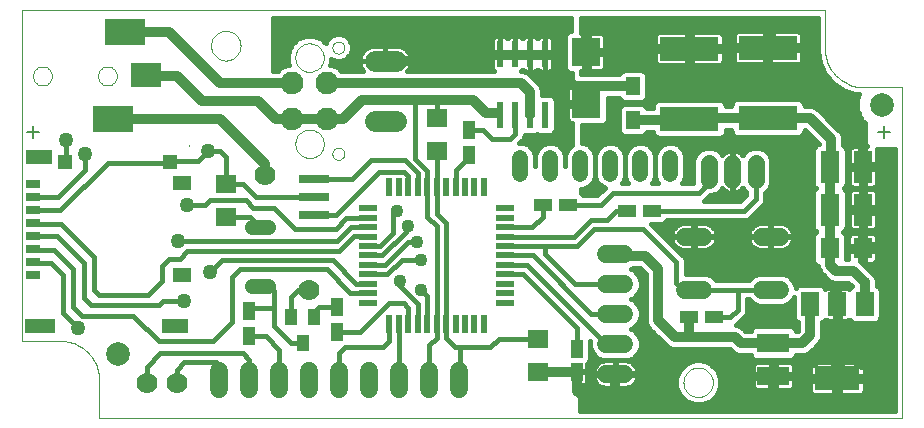
<source format=gtl>
G75*
G70*
%OFA0B0*%
%FSLAX24Y24*%
%IPPOS*%
%LPD*%
%AMOC8*
5,1,8,0,0,1.08239X$1,22.5*
%
%ADD10R,0.0197X0.0591*%
%ADD11R,0.0591X0.0197*%
%ADD12R,0.0394X0.0591*%
%ADD13C,0.0594*%
%ADD14C,0.0700*%
%ADD15R,0.0709X0.0630*%
%ADD16R,0.0630X0.0709*%
%ADD17R,0.0945X0.0945*%
%ADD18R,0.1024X0.0315*%
%ADD19R,0.1969X0.0787*%
%ADD20R,0.0472X0.0591*%
%ADD21R,0.0630X0.1063*%
%ADD22C,0.0700*%
%ADD23R,0.1063X0.0630*%
%ADD24R,0.0488X0.0315*%
%ADD25C,0.0004*%
%ADD26R,0.0492X0.0457*%
%ADD27R,0.0472X0.0457*%
%ADD28R,0.0866X0.0453*%
%ADD29R,0.0984X0.0453*%
%ADD30R,0.0591X0.0453*%
%ADD31C,0.0515*%
%ADD32R,0.1378X0.0906*%
%ADD33R,0.0984X0.0787*%
%ADD34C,0.0000*%
%ADD35C,0.0760*%
%ADD36R,0.0394X0.0551*%
%ADD37C,0.0600*%
%ADD38R,0.0591X0.0394*%
%ADD39R,0.1496X0.0787*%
%ADD40R,0.0591X0.0787*%
%ADD41R,0.0236X0.0866*%
%ADD42C,0.0551*%
%ADD43C,0.0080*%
%ADD44C,0.0787*%
%ADD45C,0.0520*%
%ADD46C,0.0160*%
%ADD47C,0.0120*%
%ADD48C,0.0320*%
%ADD49C,0.0200*%
%ADD50C,0.0500*%
%ADD51C,0.0100*%
%ADD52C,0.0554*%
%ADD53C,0.0240*%
%ADD54C,0.0436*%
D10*
X014846Y004217D03*
X015161Y004217D03*
X015476Y004217D03*
X015791Y004217D03*
X016106Y004217D03*
X016421Y004217D03*
X016736Y004217D03*
X017051Y004217D03*
X017366Y004217D03*
X017681Y004217D03*
X017996Y004217D03*
X017996Y008784D03*
X017681Y008784D03*
X017366Y008784D03*
X017051Y008784D03*
X016736Y008784D03*
X016421Y008784D03*
X016106Y008784D03*
X015791Y008784D03*
X015476Y008784D03*
X015161Y008784D03*
X014846Y008784D03*
D11*
X014138Y008075D03*
X014138Y007760D03*
X014138Y007445D03*
X014138Y007130D03*
X014138Y006815D03*
X014138Y006500D03*
X014138Y006185D03*
X014138Y005870D03*
X014138Y005555D03*
X014138Y005240D03*
X014138Y004925D03*
X018705Y004925D03*
X018705Y005240D03*
X018705Y005555D03*
X018705Y005870D03*
X018705Y006185D03*
X018705Y006500D03*
X018705Y006815D03*
X018705Y007130D03*
X018705Y007445D03*
X018705Y007760D03*
X018705Y008075D03*
D12*
X017494Y009849D03*
X017494Y010678D03*
X013094Y004768D03*
X013094Y003939D03*
X010179Y003809D03*
X010179Y004637D03*
X021091Y003366D03*
X021091Y002626D03*
D13*
X024704Y005356D02*
X025298Y005356D01*
X027263Y005356D02*
X027857Y005356D01*
X027857Y007128D02*
X027263Y007128D01*
X025298Y007128D02*
X024704Y007128D01*
D14*
X028850Y012089D03*
X012180Y005349D03*
X007761Y002259D03*
X006761Y002259D03*
X010700Y009189D03*
D15*
X009400Y008890D03*
X009400Y007787D03*
X016426Y009983D03*
X016426Y011085D03*
X019797Y003728D03*
X019797Y002626D03*
D16*
X029519Y006742D03*
X030621Y006742D03*
D17*
X021412Y011550D03*
X021412Y013283D03*
D18*
X012329Y009039D03*
X012329Y008449D03*
X012329Y007858D03*
D19*
X024841Y011052D03*
X027461Y011077D03*
X027461Y013420D03*
X024841Y013395D03*
D20*
X022965Y012144D03*
X022965Y011003D03*
D21*
X029529Y009449D03*
X030631Y009449D03*
X030632Y008029D03*
X029530Y008029D03*
D22*
X015055Y010997D02*
X014355Y010997D01*
X014355Y012989D02*
X015055Y012989D01*
D23*
X027645Y003583D03*
X027645Y002480D03*
D24*
X002983Y005834D03*
X002983Y006267D03*
X002983Y006700D03*
X002983Y007134D03*
X002983Y007567D03*
X002983Y008000D03*
X002983Y008433D03*
X002983Y008866D03*
D25*
X008180Y010165D02*
X008180Y010181D01*
D26*
X004018Y009630D03*
D27*
X007546Y009630D03*
D28*
X003160Y009787D03*
X007696Y004165D03*
D29*
X003211Y004165D03*
D30*
X007924Y005858D03*
X007928Y008921D03*
D31*
X010271Y007462D02*
X010786Y007464D01*
X010797Y005496D02*
X010282Y005493D01*
D32*
X005644Y011046D03*
X006038Y013939D03*
D33*
X006727Y012514D03*
D34*
X003978Y003647D02*
X004048Y003640D01*
X004117Y003629D01*
X004185Y003614D01*
X004253Y003596D01*
X004319Y003574D01*
X004384Y003548D01*
X004448Y003519D01*
X004510Y003486D01*
X004569Y003450D01*
X004627Y003411D01*
X004683Y003369D01*
X004736Y003323D01*
X004787Y003275D01*
X004835Y003224D01*
X004881Y003171D01*
X004923Y003115D01*
X004962Y003057D01*
X004998Y002998D01*
X005031Y002936D01*
X005060Y002872D01*
X005086Y002807D01*
X005108Y002741D01*
X005126Y002673D01*
X005141Y002605D01*
X005152Y002536D01*
X005159Y002466D01*
X005159Y001089D01*
X031931Y001089D01*
X031931Y012112D01*
X030553Y012112D01*
X030553Y012113D02*
X030483Y012120D01*
X030415Y012131D01*
X030347Y012146D01*
X030280Y012164D01*
X030214Y012186D01*
X030149Y012211D01*
X030086Y012240D01*
X030025Y012272D01*
X029965Y012308D01*
X029907Y012347D01*
X029852Y012388D01*
X029799Y012433D01*
X029748Y012481D01*
X029700Y012531D01*
X029655Y012584D01*
X029612Y012639D01*
X029573Y012696D01*
X029537Y012756D01*
X029504Y012817D01*
X029475Y012880D01*
X029449Y012944D01*
X029426Y013010D01*
X029407Y013077D01*
X029392Y013145D01*
X029381Y013213D01*
X029373Y013282D01*
X029369Y013352D01*
X029368Y013421D01*
X029372Y013490D01*
X029372Y013293D01*
X029372Y013490D02*
X029372Y014671D01*
X002600Y014671D01*
X002600Y003648D01*
X003978Y003648D01*
X011709Y010222D02*
X011711Y010265D01*
X011717Y010308D01*
X011727Y010350D01*
X011740Y010391D01*
X011757Y010430D01*
X011778Y010468D01*
X011802Y010504D01*
X011829Y010538D01*
X011859Y010568D01*
X011892Y010596D01*
X011928Y010621D01*
X011965Y010643D01*
X012004Y010661D01*
X012045Y010675D01*
X012087Y010686D01*
X012129Y010693D01*
X012172Y010696D01*
X012215Y010695D01*
X012258Y010690D01*
X012300Y010681D01*
X012342Y010669D01*
X012382Y010652D01*
X012420Y010632D01*
X012456Y010609D01*
X012490Y010583D01*
X012522Y010553D01*
X012551Y010521D01*
X012576Y010486D01*
X012599Y010450D01*
X012618Y010411D01*
X012633Y010371D01*
X012645Y010329D01*
X012653Y010287D01*
X012657Y010244D01*
X012657Y010200D01*
X012653Y010157D01*
X012645Y010115D01*
X012633Y010073D01*
X012618Y010033D01*
X012599Y009994D01*
X012576Y009958D01*
X012551Y009923D01*
X012522Y009891D01*
X012490Y009861D01*
X012456Y009835D01*
X012420Y009812D01*
X012382Y009792D01*
X012342Y009775D01*
X012300Y009763D01*
X012258Y009754D01*
X012215Y009749D01*
X012172Y009748D01*
X012129Y009751D01*
X012087Y009758D01*
X012045Y009769D01*
X012004Y009783D01*
X011965Y009801D01*
X011928Y009823D01*
X011892Y009848D01*
X011859Y009876D01*
X011829Y009906D01*
X011802Y009940D01*
X011778Y009976D01*
X011757Y010014D01*
X011740Y010053D01*
X011727Y010094D01*
X011717Y010136D01*
X011711Y010179D01*
X011709Y010222D01*
X012943Y009892D02*
X012945Y009920D01*
X012951Y009947D01*
X012960Y009974D01*
X012974Y009999D01*
X012990Y010021D01*
X013010Y010041D01*
X013032Y010059D01*
X013056Y010073D01*
X013082Y010083D01*
X013109Y010090D01*
X013137Y010093D01*
X013165Y010092D01*
X013193Y010087D01*
X013219Y010078D01*
X013244Y010066D01*
X013268Y010050D01*
X013289Y010032D01*
X013307Y010010D01*
X013321Y009986D01*
X013333Y009961D01*
X013341Y009934D01*
X013345Y009906D01*
X013345Y009878D01*
X013341Y009850D01*
X013333Y009823D01*
X013321Y009798D01*
X013307Y009774D01*
X013289Y009752D01*
X013268Y009734D01*
X013245Y009718D01*
X013219Y009706D01*
X013193Y009697D01*
X013165Y009692D01*
X013137Y009691D01*
X013109Y009694D01*
X013082Y009701D01*
X013056Y009711D01*
X013032Y009725D01*
X013010Y009743D01*
X012990Y009763D01*
X012974Y009785D01*
X012960Y009810D01*
X012951Y009837D01*
X012945Y009864D01*
X012943Y009892D01*
X011709Y013096D02*
X011711Y013139D01*
X011717Y013182D01*
X011727Y013224D01*
X011740Y013265D01*
X011757Y013304D01*
X011778Y013342D01*
X011802Y013378D01*
X011829Y013412D01*
X011859Y013442D01*
X011892Y013470D01*
X011928Y013495D01*
X011965Y013517D01*
X012004Y013535D01*
X012045Y013549D01*
X012087Y013560D01*
X012129Y013567D01*
X012172Y013570D01*
X012215Y013569D01*
X012258Y013564D01*
X012300Y013555D01*
X012342Y013543D01*
X012382Y013526D01*
X012420Y013506D01*
X012456Y013483D01*
X012490Y013457D01*
X012522Y013427D01*
X012551Y013395D01*
X012576Y013360D01*
X012599Y013324D01*
X012618Y013285D01*
X012633Y013245D01*
X012645Y013203D01*
X012653Y013161D01*
X012657Y013118D01*
X012657Y013074D01*
X012653Y013031D01*
X012645Y012989D01*
X012633Y012947D01*
X012618Y012907D01*
X012599Y012868D01*
X012576Y012832D01*
X012551Y012797D01*
X012522Y012765D01*
X012490Y012735D01*
X012456Y012709D01*
X012420Y012686D01*
X012382Y012666D01*
X012342Y012649D01*
X012300Y012637D01*
X012258Y012628D01*
X012215Y012623D01*
X012172Y012622D01*
X012129Y012625D01*
X012087Y012632D01*
X012045Y012643D01*
X012004Y012657D01*
X011965Y012675D01*
X011928Y012697D01*
X011892Y012722D01*
X011859Y012750D01*
X011829Y012780D01*
X011802Y012814D01*
X011778Y012850D01*
X011757Y012888D01*
X011740Y012927D01*
X011727Y012968D01*
X011717Y013010D01*
X011711Y013053D01*
X011709Y013096D01*
X012943Y013431D02*
X012945Y013459D01*
X012951Y013486D01*
X012960Y013513D01*
X012974Y013538D01*
X012990Y013560D01*
X013010Y013580D01*
X013032Y013598D01*
X013056Y013612D01*
X013082Y013622D01*
X013109Y013629D01*
X013137Y013632D01*
X013165Y013631D01*
X013193Y013626D01*
X013219Y013617D01*
X013244Y013605D01*
X013268Y013589D01*
X013289Y013571D01*
X013307Y013549D01*
X013321Y013525D01*
X013333Y013500D01*
X013341Y013473D01*
X013345Y013445D01*
X013345Y013417D01*
X013341Y013389D01*
X013333Y013362D01*
X013321Y013337D01*
X013307Y013313D01*
X013289Y013291D01*
X013268Y013273D01*
X013245Y013257D01*
X013219Y013245D01*
X013193Y013236D01*
X013165Y013231D01*
X013137Y013230D01*
X013109Y013233D01*
X013082Y013240D01*
X013056Y013250D01*
X013032Y013264D01*
X013010Y013282D01*
X012990Y013302D01*
X012974Y013324D01*
X012960Y013349D01*
X012951Y013376D01*
X012945Y013403D01*
X012943Y013431D01*
X008900Y013490D02*
X008902Y013534D01*
X008908Y013578D01*
X008918Y013621D01*
X008931Y013663D01*
X008949Y013703D01*
X008970Y013742D01*
X008994Y013779D01*
X009021Y013814D01*
X009052Y013846D01*
X009085Y013875D01*
X009121Y013901D01*
X009159Y013923D01*
X009199Y013942D01*
X009240Y013958D01*
X009283Y013970D01*
X009326Y013978D01*
X009370Y013982D01*
X009414Y013982D01*
X009458Y013978D01*
X009501Y013970D01*
X009544Y013958D01*
X009585Y013942D01*
X009625Y013923D01*
X009663Y013901D01*
X009699Y013875D01*
X009732Y013846D01*
X009763Y013814D01*
X009790Y013779D01*
X009814Y013742D01*
X009835Y013703D01*
X009853Y013663D01*
X009866Y013621D01*
X009876Y013578D01*
X009882Y013534D01*
X009884Y013490D01*
X009882Y013446D01*
X009876Y013402D01*
X009866Y013359D01*
X009853Y013317D01*
X009835Y013277D01*
X009814Y013238D01*
X009790Y013201D01*
X009763Y013166D01*
X009732Y013134D01*
X009699Y013105D01*
X009663Y013079D01*
X009625Y013057D01*
X009585Y013038D01*
X009544Y013022D01*
X009501Y013010D01*
X009458Y013002D01*
X009414Y012998D01*
X009370Y012998D01*
X009326Y013002D01*
X009283Y013010D01*
X009240Y013022D01*
X009199Y013038D01*
X009159Y013057D01*
X009121Y013079D01*
X009085Y013105D01*
X009052Y013134D01*
X009021Y013166D01*
X008994Y013201D01*
X008970Y013238D01*
X008949Y013277D01*
X008931Y013317D01*
X008918Y013359D01*
X008908Y013402D01*
X008902Y013446D01*
X008900Y013490D01*
X005132Y012483D02*
X005134Y012518D01*
X005140Y012553D01*
X005150Y012587D01*
X005163Y012620D01*
X005180Y012651D01*
X005201Y012679D01*
X005224Y012706D01*
X005251Y012729D01*
X005279Y012750D01*
X005310Y012767D01*
X005343Y012780D01*
X005377Y012790D01*
X005412Y012796D01*
X005447Y012798D01*
X005482Y012796D01*
X005517Y012790D01*
X005551Y012780D01*
X005584Y012767D01*
X005615Y012750D01*
X005643Y012729D01*
X005670Y012706D01*
X005693Y012679D01*
X005714Y012651D01*
X005731Y012620D01*
X005744Y012587D01*
X005754Y012553D01*
X005760Y012518D01*
X005762Y012483D01*
X005760Y012448D01*
X005754Y012413D01*
X005744Y012379D01*
X005731Y012346D01*
X005714Y012315D01*
X005693Y012287D01*
X005670Y012260D01*
X005643Y012237D01*
X005615Y012216D01*
X005584Y012199D01*
X005551Y012186D01*
X005517Y012176D01*
X005482Y012170D01*
X005447Y012168D01*
X005412Y012170D01*
X005377Y012176D01*
X005343Y012186D01*
X005310Y012199D01*
X005279Y012216D01*
X005251Y012237D01*
X005224Y012260D01*
X005201Y012287D01*
X005180Y012315D01*
X005163Y012346D01*
X005150Y012379D01*
X005140Y012413D01*
X005134Y012448D01*
X005132Y012483D01*
X002967Y012483D02*
X002969Y012518D01*
X002975Y012553D01*
X002985Y012587D01*
X002998Y012620D01*
X003015Y012651D01*
X003036Y012679D01*
X003059Y012706D01*
X003086Y012729D01*
X003114Y012750D01*
X003145Y012767D01*
X003178Y012780D01*
X003212Y012790D01*
X003247Y012796D01*
X003282Y012798D01*
X003317Y012796D01*
X003352Y012790D01*
X003386Y012780D01*
X003419Y012767D01*
X003450Y012750D01*
X003478Y012729D01*
X003505Y012706D01*
X003528Y012679D01*
X003549Y012651D01*
X003566Y012620D01*
X003579Y012587D01*
X003589Y012553D01*
X003595Y012518D01*
X003597Y012483D01*
X003595Y012448D01*
X003589Y012413D01*
X003579Y012379D01*
X003566Y012346D01*
X003549Y012315D01*
X003528Y012287D01*
X003505Y012260D01*
X003478Y012237D01*
X003450Y012216D01*
X003419Y012199D01*
X003386Y012186D01*
X003352Y012176D01*
X003317Y012170D01*
X003282Y012168D01*
X003247Y012170D01*
X003212Y012176D01*
X003178Y012186D01*
X003145Y012199D01*
X003114Y012216D01*
X003086Y012237D01*
X003059Y012260D01*
X003036Y012287D01*
X003015Y012315D01*
X002998Y012346D01*
X002985Y012379D01*
X002975Y012413D01*
X002969Y012448D01*
X002967Y012483D01*
X024648Y002270D02*
X024650Y002314D01*
X024656Y002358D01*
X024666Y002401D01*
X024679Y002443D01*
X024697Y002483D01*
X024718Y002522D01*
X024742Y002559D01*
X024769Y002594D01*
X024800Y002626D01*
X024833Y002655D01*
X024869Y002681D01*
X024907Y002703D01*
X024947Y002722D01*
X024988Y002738D01*
X025031Y002750D01*
X025074Y002758D01*
X025118Y002762D01*
X025162Y002762D01*
X025206Y002758D01*
X025249Y002750D01*
X025292Y002738D01*
X025333Y002722D01*
X025373Y002703D01*
X025411Y002681D01*
X025447Y002655D01*
X025480Y002626D01*
X025511Y002594D01*
X025538Y002559D01*
X025562Y002522D01*
X025583Y002483D01*
X025601Y002443D01*
X025614Y002401D01*
X025624Y002358D01*
X025630Y002314D01*
X025632Y002270D01*
X025630Y002226D01*
X025624Y002182D01*
X025614Y002139D01*
X025601Y002097D01*
X025583Y002057D01*
X025562Y002018D01*
X025538Y001981D01*
X025511Y001946D01*
X025480Y001914D01*
X025447Y001885D01*
X025411Y001859D01*
X025373Y001837D01*
X025333Y001818D01*
X025292Y001802D01*
X025249Y001790D01*
X025206Y001782D01*
X025162Y001778D01*
X025118Y001778D01*
X025074Y001782D01*
X025031Y001790D01*
X024988Y001802D01*
X024947Y001818D01*
X024907Y001837D01*
X024869Y001859D01*
X024833Y001885D01*
X024800Y001914D01*
X024769Y001946D01*
X024742Y001981D01*
X024718Y002018D01*
X024697Y002057D01*
X024679Y002097D01*
X024666Y002139D01*
X024656Y002182D01*
X024650Y002226D01*
X024648Y002270D01*
D35*
X012774Y011061D03*
X011593Y011061D03*
X011593Y012242D03*
X012774Y012242D03*
D36*
X012327Y004443D03*
X011579Y004443D03*
X011953Y003577D03*
D37*
X012180Y002649D02*
X012180Y002049D01*
X011180Y002049D02*
X011180Y002649D01*
X010180Y002649D02*
X010180Y002049D01*
X009180Y002049D02*
X009180Y002649D01*
X013180Y002649D02*
X013180Y002049D01*
X014180Y002049D02*
X014180Y002649D01*
X015180Y002649D02*
X015180Y002049D01*
X016180Y002049D02*
X016180Y002649D01*
X017180Y002649D02*
X017180Y002049D01*
X022080Y002549D02*
X022680Y002549D01*
X022680Y003549D02*
X022080Y003549D01*
X022080Y004549D02*
X022680Y004549D01*
X022680Y005549D02*
X022080Y005549D01*
X022080Y006549D02*
X022680Y006549D01*
D38*
X022761Y007999D03*
X023590Y007999D03*
X020795Y008199D03*
X019966Y008199D03*
X024826Y004454D03*
X025655Y004454D03*
D39*
X029780Y002406D03*
D40*
X029780Y004879D03*
X030686Y004879D03*
X028875Y004879D03*
D41*
X020030Y011175D03*
X019530Y011175D03*
X019030Y011175D03*
X018530Y011175D03*
X018530Y013222D03*
X019030Y013222D03*
X019530Y013222D03*
X020030Y013222D03*
D42*
X025493Y009574D02*
X025493Y009023D01*
X026280Y009023D02*
X026280Y009574D01*
X027068Y009574D02*
X027068Y009023D01*
D43*
X031140Y010619D02*
X031540Y010619D01*
X031340Y010819D02*
X031340Y010419D01*
X003160Y010619D02*
X002760Y010619D01*
X002960Y010819D02*
X002960Y010419D01*
D44*
X005790Y003229D03*
X031280Y011529D03*
D45*
X024200Y009749D02*
X024200Y009229D01*
X023200Y009229D02*
X023200Y009749D01*
X022200Y009749D02*
X022200Y009229D01*
X021200Y009229D02*
X021200Y009749D01*
X020200Y009749D02*
X020200Y009229D01*
X019200Y009229D02*
X019200Y009749D01*
D46*
X019530Y010125D02*
X019870Y010125D01*
X019917Y010172D02*
X019776Y010032D01*
X019700Y009848D01*
X019624Y010032D01*
X019484Y010172D01*
X019300Y010248D01*
X019182Y010248D01*
X019198Y010261D01*
X019212Y010267D01*
X019246Y010302D01*
X019284Y010333D01*
X019291Y010347D01*
X019302Y010357D01*
X019320Y010403D01*
X019343Y010446D01*
X019345Y010461D01*
X019350Y010475D01*
X019350Y010508D01*
X019364Y010502D01*
X019696Y010502D01*
X019780Y010537D01*
X019864Y010502D01*
X020196Y010502D01*
X020284Y010538D01*
X020352Y010606D01*
X020388Y010694D01*
X020388Y011656D01*
X020352Y011744D01*
X020284Y011811D01*
X020196Y011848D01*
X019930Y011848D01*
X019930Y012028D01*
X020779Y012028D01*
X020779Y012044D02*
X020779Y011630D01*
X020930Y011630D01*
X020931Y011470D01*
X020779Y011470D01*
X020779Y011057D01*
X020790Y011016D01*
X020811Y010980D01*
X020841Y010950D01*
X020878Y010929D01*
X020918Y010918D01*
X020937Y010918D01*
X020944Y010183D01*
X020917Y010172D01*
X020776Y010032D01*
X020700Y009848D01*
X020624Y010032D01*
X020484Y010172D01*
X020300Y010248D01*
X020101Y010248D01*
X019917Y010172D01*
X019750Y009967D02*
X019651Y009967D01*
X019700Y009848D02*
X019700Y009495D01*
X019700Y009495D01*
X019700Y009848D01*
X019700Y009808D02*
X019700Y009808D01*
X019700Y009650D02*
X019700Y009650D01*
X020530Y010125D02*
X020870Y010125D01*
X020943Y010284D02*
X019228Y010284D01*
X019341Y010443D02*
X020941Y010443D01*
X020940Y010601D02*
X020347Y010601D01*
X020388Y010760D02*
X020938Y010760D01*
X020917Y010918D02*
X020388Y010918D01*
X020388Y011077D02*
X020779Y011077D01*
X020779Y011235D02*
X020388Y011235D01*
X020388Y011394D02*
X020779Y011394D01*
X020930Y011552D02*
X020388Y011552D01*
X020366Y011711D02*
X020779Y011711D01*
X020779Y011869D02*
X019930Y011869D01*
X019930Y012028D02*
X019869Y012175D01*
X019757Y012288D01*
X019457Y012588D01*
X019310Y012648D01*
X019225Y012648D01*
X019247Y012661D01*
X019276Y012691D01*
X019280Y012698D01*
X019284Y012691D01*
X019314Y012661D01*
X019350Y012640D01*
X019391Y012629D01*
X019530Y012629D01*
X019530Y013222D01*
X019252Y013222D01*
X019031Y013222D01*
X019031Y013222D01*
X019252Y013222D01*
X019530Y013222D01*
X019530Y013222D01*
X019530Y013222D01*
X019530Y013223D02*
X019530Y013815D01*
X019391Y013815D01*
X019350Y013804D01*
X019314Y013783D01*
X019284Y013753D01*
X019280Y013747D01*
X019276Y013753D01*
X019247Y013783D01*
X019210Y013804D01*
X019169Y013815D01*
X019030Y013815D01*
X018891Y013815D01*
X018850Y013804D01*
X018814Y013783D01*
X018784Y013753D01*
X018780Y013747D01*
X018776Y013753D01*
X018747Y013783D01*
X018710Y013804D01*
X018669Y013815D01*
X018530Y013815D01*
X018391Y013815D01*
X018350Y013804D01*
X018314Y013783D01*
X018284Y013753D01*
X018263Y013717D01*
X018252Y013676D01*
X018252Y013222D01*
X018252Y012768D01*
X018263Y012727D01*
X018284Y012691D01*
X018314Y012661D01*
X018336Y012648D01*
X015436Y012648D01*
X015444Y012657D01*
X015491Y012722D01*
X015528Y012793D01*
X015553Y012870D01*
X015565Y012949D01*
X015565Y012989D01*
X014706Y012989D01*
X014706Y012989D01*
X015565Y012989D01*
X015565Y013029D01*
X015553Y013109D01*
X015528Y013185D01*
X015491Y013256D01*
X015444Y013321D01*
X015388Y013378D01*
X015323Y013425D01*
X015251Y013462D01*
X015175Y013487D01*
X015095Y013499D01*
X014705Y013499D01*
X014315Y013499D01*
X014236Y013487D01*
X014160Y013462D01*
X014088Y013425D01*
X014023Y013378D01*
X013966Y013321D01*
X013919Y013256D01*
X013883Y013185D01*
X013858Y013109D01*
X013845Y013029D01*
X013845Y012989D01*
X013845Y012949D01*
X013858Y012870D01*
X013883Y012793D01*
X013919Y012722D01*
X013966Y012657D01*
X013975Y012648D01*
X013244Y012648D01*
X013125Y012768D01*
X012897Y012862D01*
X012859Y012862D01*
X012897Y012954D01*
X012897Y013056D01*
X013056Y012990D01*
X013231Y012990D01*
X013393Y013057D01*
X013517Y013181D01*
X013584Y013343D01*
X013584Y013519D01*
X013517Y013681D01*
X013393Y013805D01*
X013231Y013872D01*
X013056Y013872D01*
X012894Y013805D01*
X012770Y013681D01*
X012723Y013567D01*
X012588Y013702D01*
X012325Y013811D01*
X012041Y013811D01*
X011778Y013702D01*
X011577Y013501D01*
X011469Y013239D01*
X011469Y012954D01*
X011507Y012862D01*
X011469Y012862D01*
X011241Y012768D01*
X011116Y012642D01*
X010950Y012642D01*
X010950Y014431D01*
X020903Y014431D01*
X020907Y013995D01*
X020892Y013995D01*
X020803Y013959D01*
X020736Y013891D01*
X020699Y013803D01*
X020699Y012763D01*
X020736Y012674D01*
X020803Y012607D01*
X020892Y012570D01*
X020921Y012570D01*
X020924Y012183D01*
X020918Y012183D01*
X020878Y012172D01*
X020841Y012151D01*
X020811Y012121D01*
X020790Y012085D01*
X020779Y012044D01*
X020924Y012187D02*
X019858Y012187D01*
X019699Y012345D02*
X020923Y012345D01*
X020921Y012504D02*
X019541Y012504D01*
X019530Y012629D02*
X019669Y012629D01*
X019710Y012640D01*
X019747Y012661D01*
X019776Y012691D01*
X019780Y012698D01*
X019784Y012691D01*
X019814Y012661D01*
X019850Y012640D01*
X019891Y012629D01*
X020030Y012629D01*
X020030Y013222D01*
X019752Y013222D01*
X019531Y013222D01*
X019531Y013222D01*
X019752Y013222D01*
X020030Y013222D01*
X020030Y013222D01*
X020030Y013222D01*
X020030Y013223D02*
X020030Y013815D01*
X019891Y013815D01*
X019850Y013804D01*
X019814Y013783D01*
X019784Y013753D01*
X019780Y013747D01*
X019776Y013753D01*
X019747Y013783D01*
X019710Y013804D01*
X019669Y013815D01*
X019530Y013815D01*
X019530Y013223D01*
X019530Y013223D01*
X019530Y013222D02*
X019530Y012629D01*
X019530Y012662D02*
X019530Y012662D01*
X019530Y012821D02*
X019530Y012821D01*
X019530Y012979D02*
X019530Y012979D01*
X019530Y013138D02*
X019530Y013138D01*
X019530Y013296D02*
X019530Y013296D01*
X019530Y013455D02*
X019530Y013455D01*
X019530Y013613D02*
X019530Y013613D01*
X019530Y013772D02*
X019530Y013772D01*
X019303Y013772D02*
X019258Y013772D01*
X019030Y013772D02*
X019030Y013772D01*
X019030Y013815D02*
X019030Y013223D01*
X019030Y013223D01*
X019030Y013815D01*
X019030Y013613D02*
X019030Y013613D01*
X019030Y013455D02*
X019030Y013455D01*
X019030Y013296D02*
X019030Y013296D01*
X019030Y013222D02*
X018808Y013222D01*
X018531Y013222D01*
X018531Y013222D01*
X018808Y013222D01*
X019030Y013222D01*
X019030Y013222D01*
X018530Y013223D02*
X018530Y013223D01*
X018530Y013815D01*
X018530Y013223D01*
X018530Y013222D02*
X018530Y013222D01*
X018252Y013222D01*
X018530Y013222D01*
X018530Y013296D02*
X018530Y013296D01*
X018530Y013455D02*
X018530Y013455D01*
X018530Y013613D02*
X018530Y013613D01*
X018530Y013772D02*
X018530Y013772D01*
X018303Y013772D02*
X013426Y013772D01*
X013545Y013613D02*
X018252Y013613D01*
X018252Y013455D02*
X015265Y013455D01*
X015462Y013296D02*
X018252Y013296D01*
X018252Y013138D02*
X015543Y013138D01*
X015565Y012979D02*
X018252Y012979D01*
X018252Y012821D02*
X015537Y012821D01*
X015448Y012662D02*
X018313Y012662D01*
X019248Y012662D02*
X019313Y012662D01*
X019748Y012662D02*
X019813Y012662D01*
X020030Y012662D02*
X020030Y012662D01*
X020030Y012629D02*
X020169Y012629D01*
X020210Y012640D01*
X020247Y012661D01*
X020276Y012691D01*
X020297Y012727D01*
X020308Y012768D01*
X020308Y013222D01*
X020031Y013222D01*
X020031Y013222D01*
X020308Y013222D01*
X020308Y013676D01*
X020297Y013717D01*
X020276Y013753D01*
X020247Y013783D01*
X020210Y013804D01*
X020169Y013815D01*
X020030Y013815D01*
X020030Y013223D01*
X020030Y013223D01*
X020030Y013222D02*
X020030Y012629D01*
X020030Y012821D02*
X020030Y012821D01*
X020030Y012979D02*
X020030Y012979D01*
X020030Y013138D02*
X020030Y013138D01*
X020030Y013296D02*
X020030Y013296D01*
X020030Y013455D02*
X020030Y013455D01*
X020030Y013613D02*
X020030Y013613D01*
X020030Y013772D02*
X020030Y013772D01*
X019803Y013772D02*
X019758Y013772D01*
X020258Y013772D02*
X020699Y013772D01*
X020699Y013613D02*
X020308Y013613D01*
X020308Y013455D02*
X020699Y013455D01*
X020699Y013296D02*
X020308Y013296D01*
X020308Y013138D02*
X020699Y013138D01*
X020699Y012979D02*
X020308Y012979D01*
X020308Y012821D02*
X020699Y012821D01*
X020748Y012662D02*
X020248Y012662D01*
X021240Y012650D02*
X021241Y012544D01*
X021321Y012544D01*
X021480Y012544D01*
X022513Y012544D01*
X022526Y012576D01*
X022593Y012643D01*
X022681Y012680D01*
X023249Y012680D01*
X023337Y012643D01*
X023405Y012576D01*
X023441Y012487D01*
X023441Y011801D01*
X023405Y011713D01*
X023337Y011646D01*
X023249Y011609D01*
X022681Y011609D01*
X022593Y011646D01*
X022526Y011713D01*
X022513Y011744D01*
X022124Y011744D01*
X022124Y011030D01*
X022088Y010942D01*
X022020Y010875D01*
X021932Y010838D01*
X021257Y010838D01*
X021263Y010248D01*
X021300Y010248D01*
X021484Y010172D01*
X021624Y010032D01*
X021700Y009848D01*
X021700Y009129D01*
X021624Y008945D01*
X021484Y008805D01*
X021300Y008729D01*
X021219Y008729D01*
X021219Y008602D01*
X021226Y008599D01*
X021293Y008531D01*
X021299Y008518D01*
X021778Y008518D01*
X022021Y008762D01*
X021917Y008805D01*
X021776Y008945D01*
X021700Y009129D01*
X021700Y009848D01*
X021776Y010032D01*
X021917Y010172D01*
X022101Y010248D01*
X022300Y010248D01*
X022484Y010172D01*
X022624Y010032D01*
X022700Y009848D01*
X022700Y009129D01*
X022624Y008945D01*
X022587Y008908D01*
X022813Y008908D01*
X022776Y008945D01*
X022700Y009129D01*
X022700Y009848D01*
X022776Y010032D01*
X022917Y010172D01*
X023101Y010248D01*
X023300Y010248D01*
X023484Y010172D01*
X023624Y010032D01*
X023700Y009848D01*
X023700Y009129D01*
X023624Y008945D01*
X023587Y008908D01*
X023813Y008908D01*
X023776Y008945D01*
X023700Y009129D01*
X023700Y009848D01*
X023776Y010032D01*
X023917Y010172D01*
X024101Y010248D01*
X024300Y010248D01*
X024484Y010172D01*
X024624Y010032D01*
X024700Y009848D01*
X024700Y009129D01*
X024624Y008945D01*
X024587Y008908D01*
X024982Y008908D01*
X024977Y008920D01*
X024977Y009677D01*
X025056Y009866D01*
X025201Y010011D01*
X025390Y010090D01*
X025595Y010090D01*
X025785Y010011D01*
X025930Y009866D01*
X025939Y009845D01*
X025948Y009858D01*
X025997Y009906D01*
X026052Y009947D01*
X026113Y009978D01*
X026178Y009999D01*
X026246Y010010D01*
X026277Y010010D01*
X026277Y009302D01*
X026284Y009302D01*
X026284Y010010D01*
X026315Y010010D01*
X026382Y009999D01*
X026448Y009978D01*
X026509Y009947D01*
X026564Y009906D01*
X026613Y009858D01*
X026622Y009845D01*
X026631Y009866D01*
X026776Y010011D01*
X026965Y010090D01*
X027170Y010090D01*
X027360Y010011D01*
X027505Y009866D01*
X027583Y009677D01*
X027583Y008920D01*
X027505Y008731D01*
X027370Y008596D01*
X027370Y008325D01*
X027322Y008207D01*
X027232Y008117D01*
X026842Y007727D01*
X026724Y007679D01*
X026597Y007679D01*
X024094Y007679D01*
X024088Y007666D01*
X024021Y007598D01*
X023933Y007562D01*
X023580Y007562D01*
X024582Y006560D01*
X024672Y006470D01*
X024720Y006352D01*
X024720Y005893D01*
X025405Y005893D01*
X025602Y005812D01*
X025737Y005676D01*
X026437Y005676D01*
X026564Y005676D01*
X026824Y005676D01*
X026959Y005812D01*
X027157Y005893D01*
X027964Y005893D01*
X028161Y005812D01*
X028312Y005661D01*
X028394Y005463D01*
X028394Y005426D01*
X028444Y005476D01*
X028532Y005512D01*
X029218Y005512D01*
X029306Y005476D01*
X029374Y005408D01*
X029380Y005393D01*
X029387Y005401D01*
X029423Y005422D01*
X029464Y005432D01*
X029713Y005432D01*
X029713Y004947D01*
X029848Y004947D01*
X029848Y005432D01*
X030097Y005432D01*
X030137Y005422D01*
X030174Y005401D01*
X030181Y005393D01*
X030187Y005408D01*
X030251Y005472D01*
X030135Y005589D01*
X029661Y005589D01*
X029514Y005649D01*
X029401Y005762D01*
X029201Y005962D01*
X029140Y006109D01*
X029140Y006154D01*
X029068Y006184D01*
X029000Y006251D01*
X028964Y006340D01*
X028964Y007144D01*
X029000Y007232D01*
X029068Y007299D01*
X029072Y007301D01*
X029012Y007362D01*
X028975Y007450D01*
X028975Y008609D01*
X029012Y008697D01*
X029053Y008738D01*
X029011Y008781D01*
X028974Y008869D01*
X028974Y010028D01*
X029011Y010116D01*
X029078Y010183D01*
X029150Y010213D01*
X029150Y010223D01*
X028695Y010679D01*
X028685Y010679D01*
X028685Y010636D01*
X028649Y010548D01*
X028581Y010480D01*
X028493Y010444D01*
X026429Y010444D01*
X026341Y010480D01*
X026273Y010548D01*
X026237Y010636D01*
X026237Y010677D01*
X026065Y010677D01*
X026065Y010611D01*
X026029Y010523D01*
X025961Y010455D01*
X025873Y010419D01*
X023809Y010419D01*
X023721Y010455D01*
X023653Y010523D01*
X023620Y010603D01*
X023418Y010603D01*
X023405Y010571D01*
X023337Y010504D01*
X023249Y010467D01*
X022681Y010467D01*
X022593Y010504D01*
X022526Y010571D01*
X022489Y010660D01*
X022489Y011346D01*
X022526Y011434D01*
X022593Y011501D01*
X022681Y011538D01*
X023249Y011538D01*
X023337Y011501D01*
X023405Y011434D01*
X023418Y011403D01*
X023617Y011403D01*
X023617Y011494D01*
X023653Y011582D01*
X023721Y011649D01*
X023809Y011686D01*
X025873Y011686D01*
X025961Y011649D01*
X026029Y011582D01*
X026065Y011494D01*
X026065Y011477D01*
X026237Y011477D01*
X026237Y011519D01*
X026273Y011607D01*
X026341Y011674D01*
X026429Y011711D01*
X028493Y011711D01*
X028581Y011674D01*
X028649Y011607D01*
X028685Y011519D01*
X028685Y011478D01*
X028781Y011478D01*
X028940Y011478D01*
X029087Y011418D01*
X029777Y010728D01*
X029889Y010615D01*
X029950Y010468D01*
X029950Y010196D01*
X029980Y010183D01*
X030048Y010116D01*
X030084Y010028D01*
X030084Y008869D01*
X030048Y008781D01*
X030006Y008739D01*
X030049Y008697D01*
X030085Y008609D01*
X030085Y007450D01*
X030049Y007362D01*
X029981Y007295D01*
X029976Y007293D01*
X030037Y007232D01*
X030074Y007144D01*
X030074Y006388D01*
X030146Y006388D01*
X030146Y006664D01*
X030543Y006664D01*
X030543Y006819D01*
X030146Y006819D01*
X030146Y007117D01*
X030157Y007158D01*
X030178Y007194D01*
X030208Y007224D01*
X030244Y007245D01*
X030285Y007256D01*
X030543Y007256D01*
X030543Y006819D01*
X030699Y006819D01*
X031096Y006819D01*
X031096Y007117D01*
X031085Y007158D01*
X031064Y007194D01*
X031034Y007224D01*
X030998Y007245D01*
X030957Y007256D01*
X030699Y007256D01*
X030699Y006819D01*
X030699Y006664D01*
X031096Y006664D01*
X031096Y006366D01*
X031085Y006326D01*
X031064Y006289D01*
X031034Y006259D01*
X030998Y006238D01*
X030957Y006227D01*
X030699Y006227D01*
X030699Y006664D01*
X030543Y006664D01*
X030543Y006311D01*
X030912Y005942D01*
X031025Y005830D01*
X031086Y005683D01*
X031086Y005489D01*
X031117Y005476D01*
X031185Y005408D01*
X031221Y005320D01*
X031221Y004437D01*
X031185Y004349D01*
X031117Y004282D01*
X031029Y004245D01*
X030343Y004245D01*
X030255Y004282D01*
X030187Y004349D01*
X030181Y004364D01*
X030174Y004357D01*
X030137Y004336D01*
X030097Y004325D01*
X029848Y004325D01*
X029848Y004811D01*
X029713Y004811D01*
X029713Y004325D01*
X029464Y004325D01*
X029423Y004336D01*
X029387Y004357D01*
X029380Y004364D01*
X029374Y004349D01*
X029306Y004282D01*
X029275Y004269D01*
X029275Y003923D01*
X029275Y003763D01*
X029214Y003616D01*
X029019Y003422D01*
X028907Y003309D01*
X028900Y003307D01*
X028836Y003242D01*
X028689Y003181D01*
X028401Y003181D01*
X028380Y003132D01*
X028313Y003064D01*
X028225Y003028D01*
X027066Y003028D01*
X026978Y003064D01*
X026910Y003132D01*
X026887Y003189D01*
X026630Y003189D01*
X026471Y003189D01*
X026324Y003249D01*
X026185Y003389D01*
X024930Y003389D01*
X024771Y003389D01*
X024430Y003389D01*
X024271Y003389D01*
X024124Y003449D01*
X023574Y003999D01*
X023461Y004112D01*
X023400Y004259D01*
X023400Y005873D01*
X023185Y006089D01*
X022981Y006089D01*
X022884Y006049D01*
X022986Y006006D01*
X023138Y005854D01*
X023220Y005656D01*
X023220Y005441D01*
X023138Y005243D01*
X022986Y005091D01*
X022884Y005049D01*
X022986Y005006D01*
X023138Y004854D01*
X023220Y004656D01*
X023220Y004441D01*
X023138Y004243D01*
X022986Y004091D01*
X022884Y004049D01*
X022986Y004006D01*
X023138Y003854D01*
X023220Y003656D01*
X023220Y003441D01*
X023138Y003243D01*
X022986Y003091D01*
X022788Y003009D01*
X021973Y003009D01*
X021774Y003091D01*
X021623Y003243D01*
X021540Y003441D01*
X021540Y003636D01*
X021527Y003649D01*
X021527Y003023D01*
X021491Y002935D01*
X021447Y002891D01*
X021447Y002644D01*
X021208Y002644D01*
X021208Y002607D01*
X021447Y002607D01*
X021447Y002309D01*
X021436Y002269D01*
X021415Y002232D01*
X021386Y002203D01*
X021349Y002181D01*
X021309Y002171D01*
X021207Y002171D01*
X021206Y001328D01*
X031691Y001328D01*
X031691Y010049D01*
X031092Y010049D01*
X031096Y010042D01*
X031106Y010001D01*
X031106Y009526D01*
X030709Y009526D01*
X030709Y009371D01*
X031106Y009371D01*
X031106Y008896D01*
X031096Y008855D01*
X031074Y008819D01*
X031045Y008789D01*
X031008Y008768D01*
X030968Y008757D01*
X030709Y008757D01*
X030709Y009371D01*
X030554Y009371D01*
X030554Y008757D01*
X030295Y008757D01*
X030255Y008768D01*
X030218Y008789D01*
X030189Y008819D01*
X030167Y008855D01*
X030157Y008896D01*
X030157Y009371D01*
X030554Y009371D01*
X030554Y009526D01*
X030554Y010140D01*
X030295Y010140D01*
X030255Y010129D01*
X030218Y010108D01*
X030189Y010078D01*
X030167Y010042D01*
X030157Y010001D01*
X030157Y009526D01*
X030554Y009526D01*
X030709Y009526D01*
X030709Y010140D01*
X030759Y010140D01*
X030747Y010153D01*
X030710Y010241D01*
X030710Y010903D01*
X030581Y011020D01*
X030581Y011020D01*
X030434Y011349D01*
X030434Y011349D01*
X030434Y011708D01*
X030434Y011708D01*
X030507Y011872D01*
X030505Y011872D01*
X030497Y011876D01*
X030335Y011888D01*
X030335Y011888D01*
X029956Y012021D01*
X029956Y012021D01*
X029625Y012248D01*
X029625Y012248D01*
X029625Y012248D01*
X029364Y012553D01*
X029364Y012553D01*
X029191Y012914D01*
X029191Y012914D01*
X029117Y013309D01*
X029117Y013309D01*
X029132Y013499D01*
X029132Y013538D01*
X029132Y014431D01*
X021230Y014431D01*
X021229Y013915D01*
X021332Y013915D01*
X021332Y013363D01*
X021492Y013363D01*
X021492Y013915D01*
X021905Y013915D01*
X021946Y013904D01*
X021982Y013883D01*
X022012Y013853D01*
X022033Y013817D01*
X022044Y013776D01*
X022044Y013363D01*
X021492Y013363D01*
X021492Y013203D01*
X022044Y013203D01*
X022044Y012789D01*
X022033Y012749D01*
X022012Y012712D01*
X021982Y012682D01*
X021946Y012661D01*
X021905Y012650D01*
X021492Y012650D01*
X021492Y013203D01*
X021332Y013203D01*
X021332Y012650D01*
X021240Y012650D01*
X021332Y012662D02*
X021492Y012662D01*
X021492Y012821D02*
X021332Y012821D01*
X021332Y012979D02*
X021492Y012979D01*
X021492Y013138D02*
X021332Y013138D01*
X021492Y013296D02*
X023697Y013296D01*
X023697Y013315D02*
X023697Y012980D01*
X023708Y012939D01*
X023729Y012903D01*
X023759Y012873D01*
X023795Y012852D01*
X023836Y012841D01*
X024761Y012841D01*
X024761Y013315D01*
X023697Y013315D01*
X023697Y013475D02*
X024761Y013475D01*
X024761Y013948D01*
X023836Y013948D01*
X023795Y013938D01*
X023759Y013916D01*
X023729Y013887D01*
X023708Y013850D01*
X023697Y013810D01*
X023697Y013475D01*
X023697Y013613D02*
X022044Y013613D01*
X022044Y013455D02*
X024761Y013455D01*
X024761Y013475D02*
X024761Y013315D01*
X024921Y013315D01*
X024921Y013475D01*
X024761Y013475D01*
X024761Y013613D02*
X024921Y013613D01*
X024921Y013475D02*
X024921Y013948D01*
X025846Y013948D01*
X025887Y013938D01*
X025924Y013916D01*
X025953Y013887D01*
X025974Y013850D01*
X025985Y013810D01*
X025985Y013475D01*
X024921Y013475D01*
X024921Y013455D02*
X027381Y013455D01*
X027381Y013500D02*
X027381Y013340D01*
X026317Y013340D01*
X026317Y013005D01*
X026328Y012964D01*
X026349Y012928D01*
X026379Y012898D01*
X026415Y012877D01*
X026456Y012866D01*
X027381Y012866D01*
X027381Y013340D01*
X027541Y013340D01*
X027541Y013500D01*
X027381Y013500D01*
X027381Y013973D01*
X026456Y013973D01*
X026415Y013963D01*
X026379Y013941D01*
X026349Y013912D01*
X026328Y013875D01*
X026317Y013835D01*
X026317Y013500D01*
X027381Y013500D01*
X027381Y013613D02*
X027541Y013613D01*
X027541Y013500D02*
X027541Y013973D01*
X028466Y013973D01*
X028507Y013963D01*
X028544Y013941D01*
X028573Y013912D01*
X028594Y013875D01*
X028605Y013835D01*
X028605Y013500D01*
X027541Y013500D01*
X027541Y013455D02*
X029129Y013455D01*
X029132Y013613D02*
X028605Y013613D01*
X028605Y013772D02*
X029132Y013772D01*
X029132Y013931D02*
X028555Y013931D01*
X028605Y013340D02*
X028605Y013005D01*
X028594Y012964D01*
X028573Y012928D01*
X028544Y012898D01*
X028507Y012877D01*
X028466Y012866D01*
X027541Y012866D01*
X027541Y013340D01*
X028605Y013340D01*
X028605Y013296D02*
X029120Y013296D01*
X029149Y013138D02*
X028605Y013138D01*
X028598Y012979D02*
X029179Y012979D01*
X029236Y012821D02*
X022044Y012821D01*
X022044Y012979D02*
X023697Y012979D01*
X023697Y013138D02*
X022044Y013138D01*
X021948Y012662D02*
X022639Y012662D01*
X023291Y012662D02*
X029312Y012662D01*
X029406Y012504D02*
X023435Y012504D01*
X023441Y012345D02*
X029542Y012345D01*
X029715Y012187D02*
X023441Y012187D01*
X023441Y012028D02*
X029947Y012028D01*
X030506Y011869D02*
X023441Y011869D01*
X023403Y011711D02*
X026429Y011711D01*
X026251Y011552D02*
X026041Y011552D01*
X026061Y010601D02*
X026251Y010601D01*
X025931Y010443D02*
X028931Y010443D01*
X028772Y010601D02*
X028671Y010601D01*
X029089Y010284D02*
X021263Y010284D01*
X021261Y010443D02*
X023751Y010443D01*
X023621Y010601D02*
X023417Y010601D01*
X023530Y010125D02*
X023870Y010125D01*
X023750Y009967D02*
X023651Y009967D01*
X023700Y009808D02*
X023700Y009808D01*
X023700Y009650D02*
X023700Y009650D01*
X023700Y009491D02*
X023700Y009491D01*
X023700Y009333D02*
X023700Y009333D01*
X023700Y009174D02*
X023700Y009174D01*
X023653Y009016D02*
X023747Y009016D01*
X024653Y009016D02*
X024977Y009016D01*
X024977Y009174D02*
X024700Y009174D01*
X024700Y009333D02*
X024977Y009333D01*
X024977Y009491D02*
X024700Y009491D01*
X024700Y009650D02*
X024977Y009650D01*
X025032Y009808D02*
X024700Y009808D01*
X024651Y009967D02*
X025157Y009967D01*
X024530Y010125D02*
X029020Y010125D01*
X028974Y009967D02*
X027404Y009967D01*
X027529Y009808D02*
X028974Y009808D01*
X028974Y009650D02*
X027583Y009650D01*
X027583Y009491D02*
X028974Y009491D01*
X028974Y009333D02*
X027583Y009333D01*
X027583Y009174D02*
X028974Y009174D01*
X028974Y009016D02*
X027583Y009016D01*
X027557Y008857D02*
X028979Y008857D01*
X029013Y008699D02*
X027472Y008699D01*
X027370Y008540D02*
X028975Y008540D01*
X028975Y008381D02*
X027370Y008381D01*
X027328Y008223D02*
X028975Y008223D01*
X028975Y008064D02*
X027179Y008064D01*
X027020Y007906D02*
X028975Y007906D01*
X028975Y007747D02*
X026862Y007747D01*
X027024Y007519D02*
X026966Y007477D01*
X026915Y007426D01*
X026873Y007368D01*
X026840Y007304D01*
X026818Y007235D01*
X026807Y007164D01*
X026807Y007147D01*
X027542Y007147D01*
X027542Y007585D01*
X027227Y007585D01*
X027156Y007574D01*
X027088Y007551D01*
X027024Y007519D01*
X026919Y007430D02*
X025642Y007430D01*
X025646Y007426D02*
X025596Y007477D01*
X025537Y007519D01*
X025473Y007551D01*
X025405Y007574D01*
X025334Y007585D01*
X025020Y007585D01*
X025020Y007147D01*
X024983Y007147D01*
X024983Y007585D01*
X024668Y007585D01*
X024597Y007574D01*
X024529Y007551D01*
X024465Y007519D01*
X024407Y007477D01*
X024356Y007426D01*
X024314Y007368D01*
X024281Y007304D01*
X024259Y007235D01*
X024248Y007164D01*
X024248Y007147D01*
X024983Y007147D01*
X024983Y007110D01*
X024983Y007109D02*
X025020Y007109D01*
X025020Y006671D01*
X025334Y006671D01*
X025405Y006683D01*
X025473Y006705D01*
X025537Y006737D01*
X025596Y006780D01*
X025646Y006831D01*
X025689Y006889D01*
X025721Y006953D01*
X025744Y007021D01*
X025755Y007092D01*
X025755Y007110D01*
X025020Y007110D01*
X025020Y007147D01*
X025755Y007147D01*
X025755Y007164D01*
X025744Y007235D01*
X025721Y007304D01*
X025689Y007368D01*
X025646Y007426D01*
X025732Y007272D02*
X026830Y007272D01*
X026807Y007110D02*
X026807Y007092D01*
X026818Y007021D01*
X026840Y006953D01*
X026873Y006889D01*
X026915Y006831D01*
X026966Y006780D01*
X027024Y006737D01*
X027088Y006705D01*
X027156Y006683D01*
X027227Y006671D01*
X027542Y006671D01*
X027542Y007109D01*
X027579Y007109D01*
X027579Y006671D01*
X027893Y006671D01*
X027964Y006683D01*
X028032Y006705D01*
X028097Y006737D01*
X028155Y006780D01*
X028206Y006831D01*
X028248Y006889D01*
X028280Y006953D01*
X028303Y007021D01*
X028314Y007092D01*
X028314Y007110D01*
X027579Y007110D01*
X027579Y007147D01*
X027542Y007147D01*
X027542Y007110D01*
X026807Y007110D01*
X026839Y006955D02*
X025722Y006955D01*
X025612Y006796D02*
X026949Y006796D01*
X027542Y006796D02*
X027579Y006796D01*
X027579Y006955D02*
X027542Y006955D01*
X027542Y007113D02*
X025020Y007113D01*
X025001Y007128D02*
X027540Y007128D01*
X028600Y007139D01*
X028600Y009839D01*
X028300Y010139D01*
X026450Y010139D01*
X026280Y009969D01*
X026280Y009299D01*
X026277Y009295D02*
X026284Y009295D01*
X026284Y008587D01*
X026315Y008587D01*
X026382Y008598D01*
X026448Y008619D01*
X026509Y008650D01*
X026564Y008691D01*
X026613Y008739D01*
X026622Y008752D01*
X026631Y008731D01*
X026730Y008631D01*
X026730Y008521D01*
X026528Y008318D01*
X025333Y008318D01*
X025522Y008507D01*
X025595Y008507D01*
X025785Y008586D01*
X025930Y008731D01*
X025939Y008752D01*
X025948Y008739D01*
X025997Y008691D01*
X026052Y008650D01*
X026113Y008619D01*
X026178Y008598D01*
X026246Y008587D01*
X026277Y008587D01*
X026277Y009295D01*
X026277Y009333D02*
X026284Y009333D01*
X026277Y009491D02*
X026284Y009491D01*
X026277Y009650D02*
X026284Y009650D01*
X026277Y009808D02*
X026284Y009808D01*
X026277Y009967D02*
X026284Y009967D01*
X026469Y009967D02*
X026731Y009967D01*
X026092Y009967D02*
X025829Y009967D01*
X025493Y009299D02*
X025500Y009291D01*
X025500Y008939D01*
X025150Y008589D01*
X022300Y008589D01*
X021910Y008199D01*
X020795Y008199D01*
X021285Y008540D02*
X021799Y008540D01*
X021958Y008699D02*
X021219Y008699D01*
X021536Y008857D02*
X021865Y008857D01*
X021747Y009016D02*
X021653Y009016D01*
X021700Y009174D02*
X021700Y009174D01*
X021700Y009333D02*
X021700Y009333D01*
X021700Y009491D02*
X021700Y009491D01*
X021700Y009650D02*
X021700Y009650D01*
X021700Y009808D02*
X021700Y009808D01*
X021651Y009967D02*
X021750Y009967D01*
X021870Y010125D02*
X021530Y010125D01*
X021260Y010601D02*
X022513Y010601D01*
X022489Y010760D02*
X021258Y010760D01*
X022064Y010918D02*
X022489Y010918D01*
X022489Y011077D02*
X022124Y011077D01*
X022124Y011235D02*
X022489Y011235D01*
X022509Y011394D02*
X022124Y011394D01*
X022124Y011552D02*
X023641Y011552D01*
X022528Y011711D02*
X022124Y011711D01*
X021450Y011550D02*
X021450Y011389D01*
X021450Y011550D02*
X021412Y011550D01*
X021450Y011989D02*
X021450Y012133D01*
X021412Y012133D01*
X021332Y013455D02*
X021492Y013455D01*
X021492Y013613D02*
X021332Y013613D01*
X021332Y013772D02*
X021492Y013772D01*
X021229Y013931D02*
X023783Y013931D01*
X023697Y013772D02*
X022044Y013772D01*
X021229Y014089D02*
X029132Y014089D01*
X029132Y014248D02*
X021229Y014248D01*
X021230Y014406D02*
X029132Y014406D01*
X027541Y013931D02*
X027381Y013931D01*
X027381Y013772D02*
X027541Y013772D01*
X027541Y013296D02*
X027381Y013296D01*
X027381Y013138D02*
X027541Y013138D01*
X027541Y012979D02*
X027381Y012979D01*
X026324Y012979D02*
X025985Y012979D01*
X025985Y012980D02*
X025985Y013315D01*
X024921Y013315D01*
X024921Y012841D01*
X025846Y012841D01*
X025887Y012852D01*
X025924Y012873D01*
X025953Y012903D01*
X025974Y012939D01*
X025985Y012980D01*
X025985Y013138D02*
X026317Y013138D01*
X026317Y013296D02*
X025985Y013296D01*
X025985Y013613D02*
X026317Y013613D01*
X026317Y013772D02*
X025985Y013772D01*
X025899Y013931D02*
X026368Y013931D01*
X024921Y013931D02*
X024761Y013931D01*
X024761Y013772D02*
X024921Y013772D01*
X024921Y013296D02*
X024761Y013296D01*
X024761Y013138D02*
X024921Y013138D01*
X024921Y012979D02*
X024761Y012979D01*
X028493Y011711D02*
X030435Y011711D01*
X030434Y011552D02*
X028671Y011552D01*
X029111Y011394D02*
X030434Y011394D01*
X030485Y011235D02*
X029269Y011235D01*
X029428Y011077D02*
X030555Y011077D01*
X030694Y010918D02*
X029586Y010918D01*
X029745Y010760D02*
X030710Y010760D01*
X030710Y010601D02*
X029895Y010601D01*
X029950Y010443D02*
X030710Y010443D01*
X030710Y010284D02*
X029950Y010284D01*
X030038Y010125D02*
X030249Y010125D01*
X030157Y009967D02*
X030084Y009967D01*
X030084Y009808D02*
X030157Y009808D01*
X030157Y009650D02*
X030084Y009650D01*
X030084Y009491D02*
X030554Y009491D01*
X030709Y009491D02*
X031691Y009491D01*
X031691Y009333D02*
X031106Y009333D01*
X031106Y009174D02*
X031691Y009174D01*
X031691Y009016D02*
X031106Y009016D01*
X031096Y008857D02*
X031691Y008857D01*
X031691Y008699D02*
X031029Y008699D01*
X031046Y008689D02*
X031009Y008710D01*
X030969Y008721D01*
X030710Y008721D01*
X030710Y008107D01*
X030555Y008107D01*
X030555Y008721D01*
X030296Y008721D01*
X030256Y008710D01*
X030219Y008689D01*
X030189Y008659D01*
X030168Y008623D01*
X030158Y008582D01*
X030158Y008107D01*
X030555Y008107D01*
X030555Y007952D01*
X030158Y007952D01*
X030158Y007477D01*
X030168Y007436D01*
X030189Y007400D01*
X030219Y007370D01*
X030256Y007349D01*
X030296Y007338D01*
X030555Y007338D01*
X030555Y007952D01*
X030710Y007952D01*
X030710Y008107D01*
X031107Y008107D01*
X031107Y008582D01*
X031096Y008623D01*
X031075Y008659D01*
X031046Y008689D01*
X031107Y008540D02*
X031691Y008540D01*
X031691Y008381D02*
X031107Y008381D01*
X031107Y008223D02*
X031691Y008223D01*
X031691Y008064D02*
X030710Y008064D01*
X030710Y007952D02*
X031107Y007952D01*
X031107Y007477D01*
X031096Y007436D01*
X031075Y007400D01*
X031046Y007370D01*
X031009Y007349D01*
X030969Y007338D01*
X030710Y007338D01*
X030710Y007952D01*
X030710Y007906D02*
X030555Y007906D01*
X030555Y008064D02*
X030085Y008064D01*
X030085Y007906D02*
X030158Y007906D01*
X030158Y007747D02*
X030085Y007747D01*
X030085Y007589D02*
X030158Y007589D01*
X030172Y007430D02*
X030077Y007430D01*
X029997Y007272D02*
X031691Y007272D01*
X031691Y007430D02*
X031093Y007430D01*
X031107Y007589D02*
X031691Y007589D01*
X031691Y007747D02*
X031107Y007747D01*
X031107Y007906D02*
X031691Y007906D01*
X030710Y007747D02*
X030555Y007747D01*
X030555Y007589D02*
X030710Y007589D01*
X030710Y007430D02*
X030555Y007430D01*
X030543Y007113D02*
X030699Y007113D01*
X030699Y006955D02*
X030543Y006955D01*
X030543Y006796D02*
X030074Y006796D01*
X030074Y006638D02*
X030146Y006638D01*
X030146Y006479D02*
X030074Y006479D01*
X030543Y006479D02*
X030699Y006479D01*
X030699Y006638D02*
X030543Y006638D01*
X030621Y006742D02*
X030624Y006742D01*
X030630Y006749D01*
X030699Y006796D02*
X031691Y006796D01*
X031691Y006638D02*
X031096Y006638D01*
X031096Y006479D02*
X031691Y006479D01*
X031691Y006320D02*
X031082Y006320D01*
X030693Y006162D02*
X031691Y006162D01*
X031691Y006003D02*
X030851Y006003D01*
X031010Y005845D02*
X031691Y005845D01*
X031691Y005686D02*
X031084Y005686D01*
X031086Y005528D02*
X031691Y005528D01*
X031691Y005369D02*
X031201Y005369D01*
X031221Y005211D02*
X031691Y005211D01*
X031691Y005052D02*
X031221Y005052D01*
X031221Y004894D02*
X031691Y004894D01*
X031691Y004735D02*
X031221Y004735D01*
X031221Y004576D02*
X031691Y004576D01*
X031691Y004418D02*
X031213Y004418D01*
X031063Y004259D02*
X031691Y004259D01*
X031691Y004101D02*
X029275Y004101D01*
X029275Y004259D02*
X030308Y004259D01*
X029848Y004418D02*
X029713Y004418D01*
X029713Y004576D02*
X029848Y004576D01*
X029848Y004735D02*
X029713Y004735D01*
X029780Y004879D02*
X029800Y004899D01*
X029800Y005139D01*
X028600Y006339D01*
X028600Y007139D01*
X028314Y007147D02*
X028314Y007164D01*
X028303Y007235D01*
X028280Y007304D01*
X028248Y007368D01*
X028206Y007426D01*
X028155Y007477D01*
X028097Y007519D01*
X028032Y007551D01*
X027964Y007574D01*
X027893Y007585D01*
X027579Y007585D01*
X027579Y007147D01*
X028314Y007147D01*
X028291Y007272D02*
X029040Y007272D01*
X028983Y007430D02*
X028201Y007430D01*
X028281Y006955D02*
X028964Y006955D01*
X028964Y007113D02*
X027579Y007113D01*
X027560Y007128D02*
X027540Y007128D01*
X027542Y007272D02*
X027579Y007272D01*
X027579Y007430D02*
X027542Y007430D01*
X028171Y006796D02*
X028964Y006796D01*
X028964Y006638D02*
X024504Y006638D01*
X024529Y006705D02*
X024597Y006683D01*
X024668Y006671D01*
X024983Y006671D01*
X024983Y007109D01*
X024983Y007110D02*
X024248Y007110D01*
X024248Y007092D01*
X024259Y007021D01*
X024281Y006953D01*
X024314Y006889D01*
X024356Y006831D01*
X024407Y006780D01*
X024465Y006737D01*
X024529Y006705D01*
X024390Y006796D02*
X024345Y006796D01*
X024280Y006955D02*
X024187Y006955D01*
X024028Y007113D02*
X024983Y007113D01*
X024983Y006955D02*
X025020Y006955D01*
X025020Y006796D02*
X024983Y006796D01*
X024662Y006479D02*
X028964Y006479D01*
X028972Y006320D02*
X024720Y006320D01*
X024720Y006162D02*
X029121Y006162D01*
X029184Y006003D02*
X024720Y006003D01*
X024400Y006289D02*
X024400Y005589D01*
X024650Y005339D01*
X024983Y005339D01*
X025001Y005356D01*
X026500Y005356D01*
X026450Y005306D01*
X026450Y004689D01*
X026215Y004454D01*
X025655Y004454D01*
X026403Y004188D02*
X026632Y004417D01*
X026722Y004507D01*
X026770Y004625D01*
X026770Y005036D01*
X026824Y005036D01*
X026959Y004901D01*
X027157Y004820D01*
X027964Y004820D01*
X028161Y004901D01*
X028312Y005052D01*
X028340Y005052D01*
X028312Y005052D02*
X028340Y005118D01*
X028340Y004437D01*
X028376Y004349D01*
X028444Y004282D01*
X028475Y004269D01*
X028475Y004009D01*
X028457Y003990D01*
X028450Y003988D01*
X028444Y003981D01*
X028402Y003981D01*
X028380Y004034D01*
X028313Y004101D01*
X028475Y004101D01*
X028475Y004259D02*
X026474Y004259D01*
X026430Y004188D02*
X026403Y004188D01*
X026430Y004188D02*
X026577Y004128D01*
X026689Y004015D01*
X026716Y003988D01*
X026892Y003988D01*
X026910Y004034D01*
X026978Y004101D01*
X027066Y004138D01*
X028225Y004138D01*
X028313Y004101D01*
X028348Y004418D02*
X026632Y004418D01*
X026750Y004576D02*
X028340Y004576D01*
X028340Y004735D02*
X026770Y004735D01*
X026770Y004894D02*
X026978Y004894D01*
X026500Y005356D02*
X027560Y005356D01*
X027040Y005845D02*
X025522Y005845D01*
X025727Y005686D02*
X026834Y005686D01*
X028081Y005845D02*
X029318Y005845D01*
X029477Y005686D02*
X028287Y005686D01*
X028367Y005528D02*
X030195Y005528D01*
X029848Y005369D02*
X029713Y005369D01*
X029713Y005211D02*
X029848Y005211D01*
X029848Y005052D02*
X029713Y005052D01*
X029275Y003942D02*
X031691Y003942D01*
X031691Y003784D02*
X029275Y003784D01*
X029217Y003625D02*
X031691Y003625D01*
X031691Y003467D02*
X029064Y003467D01*
X028904Y003308D02*
X031691Y003308D01*
X031691Y003150D02*
X028388Y003150D01*
X028275Y002923D02*
X028239Y002944D01*
X028198Y002955D01*
X027723Y002955D01*
X027723Y002558D01*
X027568Y002558D01*
X027568Y002955D01*
X027093Y002955D01*
X027052Y002944D01*
X027016Y002923D01*
X026986Y002894D01*
X026965Y002857D01*
X026954Y002816D01*
X026954Y002558D01*
X027568Y002558D01*
X027568Y002403D01*
X027723Y002403D01*
X027723Y002558D01*
X028337Y002558D01*
X028337Y002816D01*
X028326Y002857D01*
X028305Y002894D01*
X028275Y002923D01*
X028332Y002832D02*
X028875Y002832D01*
X028872Y002821D02*
X028872Y002486D01*
X029700Y002486D01*
X029700Y002326D01*
X029860Y002326D01*
X029860Y001853D01*
X030549Y001853D01*
X030590Y001864D01*
X030627Y001885D01*
X030656Y001914D01*
X030677Y001951D01*
X030688Y001992D01*
X030688Y002326D01*
X029860Y002326D01*
X029860Y002486D01*
X029700Y002486D01*
X029700Y002960D01*
X029011Y002960D01*
X028971Y002949D01*
X028934Y002928D01*
X028904Y002898D01*
X028883Y002862D01*
X028872Y002821D01*
X028872Y002674D02*
X028337Y002674D01*
X028872Y002515D02*
X027723Y002515D01*
X027723Y002403D02*
X028337Y002403D01*
X028337Y002144D01*
X028326Y002104D01*
X028305Y002067D01*
X028275Y002037D01*
X028239Y002016D01*
X028198Y002005D01*
X027723Y002005D01*
X027723Y002403D01*
X027723Y002357D02*
X027568Y002357D01*
X027568Y002403D02*
X027568Y002005D01*
X027093Y002005D01*
X027052Y002016D01*
X027016Y002037D01*
X026986Y002067D01*
X026965Y002104D01*
X026954Y002144D01*
X026954Y002403D01*
X027568Y002403D01*
X027568Y002515D02*
X025830Y002515D01*
X025872Y002415D02*
X025760Y002684D01*
X025554Y002890D01*
X025285Y003002D01*
X024994Y003002D01*
X024725Y002890D01*
X024519Y002684D01*
X024408Y002415D01*
X024408Y002124D01*
X024519Y001855D01*
X024725Y001649D01*
X024994Y001537D01*
X025285Y001537D01*
X025554Y001649D01*
X025760Y001855D01*
X025872Y002124D01*
X025872Y002415D01*
X025872Y002357D02*
X026954Y002357D01*
X026954Y002198D02*
X025872Y002198D01*
X025837Y002040D02*
X027013Y002040D01*
X027568Y002040D02*
X027723Y002040D01*
X027723Y002198D02*
X027568Y002198D01*
X027568Y002674D02*
X027723Y002674D01*
X027723Y002832D02*
X027568Y002832D01*
X026958Y002832D02*
X025612Y002832D01*
X025765Y002674D02*
X026954Y002674D01*
X026903Y003150D02*
X023045Y003150D01*
X023165Y003308D02*
X026265Y003308D01*
X025311Y002991D02*
X031691Y002991D01*
X031691Y002832D02*
X030685Y002832D01*
X030688Y002821D02*
X030677Y002862D01*
X030656Y002898D01*
X030627Y002928D01*
X030590Y002949D01*
X030549Y002960D01*
X029860Y002960D01*
X029860Y002486D01*
X030688Y002486D01*
X030688Y002821D01*
X030688Y002674D02*
X031691Y002674D01*
X031691Y002515D02*
X030688Y002515D01*
X030688Y002198D02*
X031691Y002198D01*
X031691Y002040D02*
X030688Y002040D01*
X030621Y001881D02*
X031691Y001881D01*
X031691Y001723D02*
X025628Y001723D01*
X025771Y001881D02*
X028940Y001881D01*
X028934Y001885D02*
X028971Y001864D01*
X029011Y001853D01*
X029700Y001853D01*
X029700Y002326D01*
X028872Y002326D01*
X028872Y001992D01*
X028883Y001951D01*
X028904Y001914D01*
X028934Y001885D01*
X028872Y002040D02*
X028277Y002040D01*
X028337Y002198D02*
X028872Y002198D01*
X028337Y002357D02*
X029700Y002357D01*
X029700Y002515D02*
X029860Y002515D01*
X029860Y002357D02*
X031691Y002357D01*
X031691Y001564D02*
X025350Y001564D01*
X024930Y001564D02*
X021206Y001564D01*
X021206Y001406D02*
X031691Y001406D01*
X029860Y001881D02*
X029700Y001881D01*
X029700Y002040D02*
X029860Y002040D01*
X029860Y002198D02*
X029700Y002198D01*
X029700Y002674D02*
X029860Y002674D01*
X029860Y002832D02*
X029700Y002832D01*
X027650Y003581D02*
X027643Y003589D01*
X027639Y003589D01*
X026978Y004101D02*
X026604Y004101D01*
X024968Y002991D02*
X022807Y002991D01*
X022788Y002997D02*
X022716Y003008D01*
X022400Y003008D01*
X022400Y002569D01*
X022360Y002569D01*
X022360Y003008D01*
X022044Y003008D01*
X021973Y002997D01*
X021904Y002975D01*
X021839Y002942D01*
X021781Y002899D01*
X021729Y002848D01*
X021687Y002790D01*
X021654Y002725D01*
X021632Y002656D01*
X021620Y002585D01*
X021620Y002569D01*
X022360Y002569D01*
X022360Y002528D01*
X022400Y002528D01*
X022400Y002089D01*
X022716Y002089D01*
X022788Y002100D01*
X022857Y002122D01*
X022921Y002155D01*
X022980Y002198D01*
X023031Y002249D01*
X023074Y002307D01*
X023107Y002372D01*
X023129Y002441D01*
X023140Y002512D01*
X023140Y002528D01*
X022401Y002528D01*
X022401Y002569D01*
X023140Y002569D01*
X023140Y002585D01*
X023129Y002656D01*
X023107Y002725D01*
X023074Y002790D01*
X023031Y002848D01*
X022980Y002899D01*
X022921Y002942D01*
X022857Y002975D01*
X022788Y002997D01*
X023043Y002832D02*
X024667Y002832D01*
X024515Y002674D02*
X023123Y002674D01*
X023140Y002515D02*
X024449Y002515D01*
X024408Y002357D02*
X023099Y002357D01*
X022981Y002198D02*
X024408Y002198D01*
X024442Y002040D02*
X021207Y002040D01*
X021207Y001881D02*
X024508Y001881D01*
X024651Y001723D02*
X021206Y001723D01*
X021378Y002198D02*
X021780Y002198D01*
X021781Y002198D02*
X021839Y002155D01*
X021904Y002122D01*
X021973Y002100D01*
X022044Y002089D01*
X022360Y002089D01*
X022360Y002528D01*
X021620Y002528D01*
X021620Y002512D01*
X021632Y002441D01*
X021654Y002372D01*
X021687Y002307D01*
X021729Y002249D01*
X021781Y002198D01*
X021662Y002357D02*
X021447Y002357D01*
X021447Y002515D02*
X021620Y002515D01*
X021637Y002674D02*
X021447Y002674D01*
X021447Y002832D02*
X021718Y002832D01*
X021514Y002991D02*
X021954Y002991D01*
X021716Y003150D02*
X021527Y003150D01*
X021527Y003308D02*
X021595Y003308D01*
X021540Y003467D02*
X021527Y003467D01*
X021527Y003625D02*
X021540Y003625D01*
X021091Y003366D02*
X021091Y004088D01*
X019309Y005870D01*
X018705Y005870D01*
X018705Y006185D02*
X019444Y006185D01*
X022075Y003554D01*
X022375Y003554D01*
X022380Y003549D01*
X022360Y002991D02*
X022400Y002991D01*
X022400Y002832D02*
X022360Y002832D01*
X022360Y002674D02*
X022400Y002674D01*
X022400Y002515D02*
X022360Y002515D01*
X022360Y002357D02*
X022400Y002357D01*
X022400Y002198D02*
X022360Y002198D01*
X023220Y003467D02*
X024106Y003467D01*
X023948Y003625D02*
X023220Y003625D01*
X023167Y003784D02*
X023789Y003784D01*
X023631Y003942D02*
X023050Y003942D01*
X022996Y004101D02*
X023472Y004101D01*
X023400Y004259D02*
X023145Y004259D01*
X023211Y004418D02*
X023400Y004418D01*
X023400Y004576D02*
X023220Y004576D01*
X023188Y004735D02*
X023400Y004735D01*
X023400Y004894D02*
X023099Y004894D01*
X022893Y005052D02*
X023400Y005052D01*
X023400Y005211D02*
X023106Y005211D01*
X023190Y005369D02*
X023400Y005369D01*
X023400Y005528D02*
X023220Y005528D01*
X023208Y005686D02*
X023400Y005686D01*
X023400Y005845D02*
X023142Y005845D01*
X023270Y006003D02*
X022989Y006003D01*
X022380Y005549D02*
X021030Y005549D01*
X020030Y006549D01*
X020030Y006815D01*
X021097Y006815D01*
X021680Y007399D01*
X023290Y007399D01*
X024400Y006289D01*
X024271Y007272D02*
X023870Y007272D01*
X023711Y007430D02*
X024360Y007430D01*
X023998Y007589D02*
X028975Y007589D01*
X030074Y007113D02*
X030146Y007113D01*
X030146Y006955D02*
X030074Y006955D01*
X030543Y006320D02*
X030699Y006320D01*
X031096Y006955D02*
X031691Y006955D01*
X031691Y007113D02*
X031096Y007113D01*
X030710Y008223D02*
X030555Y008223D01*
X030555Y008381D02*
X030710Y008381D01*
X030710Y008540D02*
X030555Y008540D01*
X030555Y008699D02*
X030710Y008699D01*
X030709Y008857D02*
X030554Y008857D01*
X030554Y009016D02*
X030709Y009016D01*
X030709Y009174D02*
X030554Y009174D01*
X030554Y009333D02*
X030709Y009333D01*
X030709Y009650D02*
X030554Y009650D01*
X030554Y009808D02*
X030709Y009808D01*
X030709Y009967D02*
X030554Y009967D01*
X030554Y010125D02*
X030709Y010125D01*
X031106Y009967D02*
X031691Y009967D01*
X031691Y009808D02*
X031106Y009808D01*
X031106Y009650D02*
X031691Y009650D01*
X030157Y009333D02*
X030084Y009333D01*
X030084Y009174D02*
X030157Y009174D01*
X030157Y009016D02*
X030084Y009016D01*
X030079Y008857D02*
X030167Y008857D01*
X030236Y008699D02*
X030047Y008699D01*
X030085Y008540D02*
X030158Y008540D01*
X030158Y008381D02*
X030085Y008381D01*
X030085Y008223D02*
X030158Y008223D01*
X027050Y008389D02*
X027050Y009281D01*
X027068Y009299D01*
X027080Y009286D01*
X026663Y008699D02*
X026572Y008699D01*
X026730Y008540D02*
X025674Y008540D01*
X025898Y008699D02*
X025989Y008699D01*
X026277Y008699D02*
X026284Y008699D01*
X026277Y008857D02*
X026284Y008857D01*
X026277Y009016D02*
X026284Y009016D01*
X026277Y009174D02*
X026284Y009174D01*
X025493Y009231D02*
X025493Y009299D01*
X025396Y008381D02*
X026591Y008381D01*
X026660Y007999D02*
X027050Y008389D01*
X026660Y007999D02*
X023590Y007999D01*
X022761Y007999D02*
X022751Y007989D01*
X022400Y007989D01*
X022100Y007689D01*
X021550Y007689D01*
X020992Y007130D01*
X018705Y007130D01*
X018711Y007439D02*
X018705Y007445D01*
X018711Y007439D02*
X019600Y007439D01*
X019956Y007794D01*
X019956Y008189D01*
X019966Y008199D01*
X020030Y006815D02*
X018705Y006815D01*
X018705Y006500D02*
X019629Y006500D01*
X021580Y004549D01*
X022380Y004549D01*
X019797Y003728D02*
X018490Y003728D01*
X018210Y003449D01*
X017200Y003449D01*
X017200Y002369D01*
X017180Y002349D01*
X016180Y002349D02*
X016180Y003516D01*
X016424Y003759D01*
X016424Y004208D01*
X016421Y004217D02*
X016421Y007475D01*
X016106Y007789D01*
X016106Y008784D01*
X016105Y008798D01*
X016105Y009314D01*
X015708Y009706D01*
X015708Y011671D01*
X015730Y011699D01*
X016176Y011694D02*
X016180Y011699D01*
X016326Y011694D02*
X016330Y011699D01*
X016380Y011699D02*
X016426Y011653D01*
X016426Y011085D01*
X017494Y010678D02*
X017961Y010678D01*
X018250Y010389D01*
X018850Y010389D01*
X019030Y010539D01*
X019030Y011175D01*
X020651Y009967D02*
X020750Y009967D01*
X020700Y009848D02*
X020700Y009490D01*
X020700Y009848D01*
X020700Y009808D02*
X020700Y009808D01*
X020700Y009650D02*
X020700Y009650D01*
X020700Y009491D02*
X020700Y009491D01*
X020700Y009490D02*
X020700Y009490D01*
X022530Y010125D02*
X022870Y010125D01*
X022750Y009967D02*
X022651Y009967D01*
X022700Y009808D02*
X022700Y009808D01*
X022700Y009650D02*
X022700Y009650D01*
X022700Y009491D02*
X022700Y009491D01*
X022700Y009333D02*
X022700Y009333D01*
X022700Y009174D02*
X022700Y009174D01*
X022653Y009016D02*
X022747Y009016D01*
X024983Y007430D02*
X025020Y007430D01*
X025020Y007272D02*
X024983Y007272D01*
X022380Y006549D02*
X022375Y006554D01*
X017494Y009783D02*
X017050Y009339D01*
X017050Y008785D01*
X017051Y008784D01*
X016430Y008775D02*
X016421Y008784D01*
X016421Y009978D01*
X015790Y009233D02*
X015354Y009669D01*
X014230Y009669D01*
X013600Y009039D01*
X012330Y009039D01*
X012329Y009039D01*
X012329Y008449D02*
X010390Y008449D01*
X009950Y008889D01*
X009401Y008889D01*
X009400Y008890D01*
X009400Y009789D01*
X009200Y009989D01*
X008800Y009989D01*
X008450Y009639D01*
X007555Y009639D01*
X007546Y009630D01*
X007487Y009589D01*
X005450Y009589D01*
X003861Y008000D01*
X002983Y008000D01*
X002994Y007989D01*
X002983Y008433D02*
X002989Y008439D01*
X003800Y008439D01*
X004700Y009339D01*
X004700Y009889D01*
X004700Y009939D01*
X004050Y009839D02*
X004050Y010339D01*
X004050Y009662D02*
X004018Y009630D01*
X004027Y009639D01*
X003900Y007539D02*
X003011Y007539D01*
X002983Y007567D01*
X002988Y007139D02*
X003750Y007139D01*
X004650Y006239D01*
X004650Y005089D01*
X004900Y004839D01*
X007150Y004839D01*
X007300Y004989D01*
X008000Y004989D01*
X008000Y005039D01*
X007950Y004989D01*
X007250Y005639D02*
X007250Y006139D01*
X007500Y006389D01*
X007850Y006389D01*
X008100Y006639D01*
X013150Y006639D01*
X013650Y007139D01*
X014129Y007139D01*
X014138Y007130D01*
X014134Y007134D01*
X014129Y007129D01*
X014131Y007439D02*
X013550Y007439D01*
X013100Y006989D01*
X007800Y006989D01*
X008850Y005939D02*
X009250Y006339D01*
X012950Y006339D01*
X013733Y005555D01*
X014138Y005555D01*
X014138Y005240D02*
X013548Y005240D01*
X012750Y006039D01*
X009850Y006039D01*
X009600Y005789D01*
X009600Y004289D01*
X008950Y003639D01*
X007150Y003639D01*
X006300Y004489D01*
X004600Y004489D01*
X004300Y004789D01*
X004300Y006039D01*
X003650Y006689D01*
X002995Y006689D01*
X002983Y006700D01*
X002983Y006267D02*
X003012Y006239D01*
X003550Y006239D01*
X003950Y005839D01*
X003950Y004589D01*
X004450Y004089D01*
X005150Y005189D02*
X006800Y005189D01*
X007250Y005639D01*
X005150Y005189D02*
X005000Y005339D01*
X005000Y006439D01*
X003900Y007539D01*
X002988Y007139D02*
X002983Y007134D01*
X007455Y009539D02*
X007546Y009630D01*
X007455Y009619D01*
X009150Y008939D02*
X009200Y008889D01*
X009150Y008939D02*
X009351Y008939D01*
X009400Y008890D01*
X008850Y008339D02*
X010050Y008339D01*
X010300Y008089D01*
X011000Y008089D01*
X011700Y007389D01*
X013050Y007389D01*
X013415Y007759D01*
X013985Y007754D01*
X014138Y007760D01*
X014096Y007759D01*
X014091Y007764D01*
X014138Y007445D02*
X014131Y007439D01*
X014138Y006815D02*
X014527Y006815D01*
X014950Y007239D01*
X014950Y007839D01*
X015100Y007989D01*
X015450Y007489D02*
X015400Y007439D01*
X015400Y007289D01*
X014612Y006500D01*
X014138Y006500D01*
X014138Y006185D02*
X014697Y006185D01*
X015450Y006939D01*
X015750Y006939D01*
X015900Y006339D02*
X015250Y006339D01*
X014782Y005870D01*
X014138Y005870D01*
X015200Y005639D02*
X015200Y005489D01*
X015791Y004897D01*
X015791Y004217D01*
X015476Y004217D02*
X015470Y004223D01*
X015470Y004764D01*
X015325Y004909D01*
X014840Y004909D01*
X013871Y003939D01*
X013094Y003939D01*
X013380Y003449D02*
X013180Y003249D01*
X013180Y002349D01*
X013380Y003449D02*
X014630Y003449D01*
X014846Y003665D01*
X014846Y004217D01*
X015160Y004198D02*
X015160Y002373D01*
X015180Y002349D01*
X016736Y003743D02*
X016736Y004217D01*
X016730Y004211D01*
X016736Y004217D02*
X016730Y004223D01*
X016730Y007599D01*
X016430Y007899D01*
X016430Y008775D01*
X016106Y008784D02*
X016105Y008783D01*
X015790Y008785D02*
X015790Y009233D01*
X015480Y009149D02*
X015480Y008788D01*
X015476Y008784D01*
X015480Y009149D02*
X015330Y009299D01*
X014500Y009299D01*
X013060Y007859D01*
X012330Y007859D01*
X012329Y007858D01*
X010529Y007463D02*
X010204Y007787D01*
X009400Y007787D01*
X008850Y008339D02*
X008700Y008189D01*
X008100Y008189D01*
X010539Y005494D02*
X010545Y005489D01*
X010800Y005489D01*
X010989Y005300D01*
X010989Y004759D01*
X010301Y004759D01*
X010179Y004637D01*
X010989Y004759D02*
X010989Y004140D01*
X011550Y003579D01*
X011951Y003579D01*
X011953Y003577D01*
X011180Y003349D02*
X011180Y002349D01*
X010180Y002349D02*
X010180Y003009D01*
X009950Y003239D01*
X007200Y003239D01*
X006750Y002789D01*
X006750Y002270D01*
X006761Y002259D01*
X007750Y002259D02*
X007750Y002689D01*
X008000Y002939D01*
X009050Y002939D01*
X009200Y002789D01*
X009200Y002369D01*
X009180Y002349D01*
X007761Y002259D02*
X007750Y002259D01*
X010179Y003809D02*
X010720Y003809D01*
X011180Y003349D01*
X011579Y004443D02*
X011579Y005117D01*
X011800Y005339D01*
X012170Y005339D01*
X012180Y005349D01*
X012500Y004789D02*
X012327Y004615D01*
X012327Y004443D01*
X012500Y004789D02*
X013074Y004789D01*
X013094Y004768D01*
X015475Y004223D02*
X015476Y004217D01*
X016106Y004217D02*
X016106Y005133D01*
X015900Y005339D01*
X016736Y003743D02*
X017030Y003449D01*
X017200Y003449D01*
X017494Y009783D02*
X017494Y009849D01*
X013962Y012662D02*
X013230Y012662D01*
X012997Y012821D02*
X013874Y012821D01*
X013845Y012979D02*
X012897Y012979D01*
X013474Y013138D02*
X013867Y013138D01*
X013845Y012989D02*
X014705Y012989D01*
X013845Y012989D01*
X013948Y013296D02*
X013565Y013296D01*
X013584Y013455D02*
X014146Y013455D01*
X014705Y013455D02*
X014705Y013455D01*
X014705Y013499D02*
X014705Y012990D01*
X014705Y012990D01*
X014705Y013499D01*
X014705Y013296D02*
X014705Y013296D01*
X014705Y013138D02*
X014705Y013138D01*
X014705Y012989D02*
X014705Y012989D01*
X012861Y013772D02*
X012419Y013772D01*
X012676Y013613D02*
X012742Y013613D01*
X011947Y013772D02*
X010950Y013772D01*
X010950Y013931D02*
X020775Y013931D01*
X020906Y014089D02*
X010950Y014089D01*
X010950Y014248D02*
X020905Y014248D01*
X020903Y014406D02*
X010950Y014406D01*
X010950Y013613D02*
X011690Y013613D01*
X011558Y013455D02*
X010950Y013455D01*
X010950Y013296D02*
X011493Y013296D01*
X011469Y013138D02*
X010950Y013138D01*
X010950Y012979D02*
X011469Y012979D01*
X011369Y012821D02*
X010950Y012821D01*
X010950Y012662D02*
X011136Y012662D01*
X018758Y013772D02*
X018803Y013772D01*
X028142Y004894D02*
X028340Y004894D01*
D47*
X029730Y004929D02*
X029780Y004879D01*
X020600Y012589D02*
X020550Y012589D01*
X018530Y011175D02*
X018457Y011249D01*
X018416Y011249D01*
X016426Y009983D02*
X016421Y009978D01*
X017050Y008784D02*
X017051Y008784D01*
X017050Y008784D01*
X015791Y008784D02*
X015790Y008785D01*
X016200Y012939D02*
X016600Y013089D01*
X016600Y012989D01*
X017100Y013089D02*
X017100Y013199D01*
X016736Y004217D02*
X016738Y004215D01*
X016424Y004208D02*
X016421Y004217D01*
X015161Y004217D02*
X015160Y004198D01*
D48*
X019797Y002626D02*
X019797Y002626D01*
X021091Y002626D01*
X021091Y001998D01*
X021550Y001539D01*
X022400Y001539D01*
X023600Y001539D01*
X024150Y002089D01*
X024150Y002839D01*
X024600Y003139D01*
X025800Y003139D01*
X026150Y002789D01*
X026150Y002089D01*
X026690Y001549D01*
X027700Y001549D01*
X027645Y001604D01*
X027645Y002480D01*
X027700Y001549D02*
X029780Y001549D01*
X030720Y001549D01*
X030760Y001559D01*
X031350Y002149D01*
X031350Y006789D01*
X030772Y006789D01*
X030621Y006939D01*
X030621Y006742D01*
X031350Y006789D02*
X031350Y007979D01*
X030683Y007979D01*
X030632Y008029D01*
X031350Y007979D02*
X031350Y009459D01*
X030641Y009459D01*
X030631Y009449D01*
X030631Y010307D01*
X028850Y012089D01*
X028850Y013889D01*
X028550Y014189D01*
X027550Y014189D01*
X021650Y014189D01*
X021400Y013939D01*
X021400Y013294D01*
X021412Y013283D01*
X020550Y013199D02*
X020550Y012589D01*
X020994Y012144D01*
X021400Y012144D01*
X021412Y012133D01*
X021412Y011550D01*
X021400Y012144D02*
X022965Y012144D01*
X022965Y011003D02*
X024364Y011003D01*
X024400Y011039D01*
X024827Y011039D01*
X024841Y011052D01*
X024745Y011149D01*
X024866Y011077D02*
X027461Y011077D01*
X027300Y011079D02*
X028860Y011079D01*
X029550Y010389D01*
X029550Y009210D01*
X029529Y009189D01*
X029529Y009449D01*
X029529Y009189D02*
X029529Y007747D01*
X029480Y007699D01*
X029480Y007749D01*
X029530Y007799D01*
X029530Y008029D01*
X029530Y008029D01*
X029530Y006753D01*
X029519Y006742D01*
X029540Y006742D01*
X029540Y006189D01*
X029740Y005989D01*
X030300Y005989D01*
X030686Y005603D01*
X030686Y004879D01*
X030680Y004884D01*
X029800Y005139D02*
X029800Y002426D01*
X029780Y002406D01*
X029780Y001549D01*
X028609Y003581D02*
X027650Y003581D01*
X027196Y003581D01*
X027639Y003589D02*
X026550Y003589D01*
X026350Y003789D01*
X024850Y003789D01*
X024826Y003813D01*
X024826Y004454D01*
X024850Y003789D02*
X024350Y003789D01*
X023800Y004339D01*
X023800Y006039D01*
X023350Y006489D01*
X022440Y006489D01*
X022380Y006549D01*
X027639Y003589D02*
X027645Y003583D01*
X028609Y003581D02*
X028676Y003649D01*
X028680Y003649D01*
X028875Y003843D01*
X028875Y004879D01*
X030631Y009449D02*
X030600Y009480D01*
X027461Y013420D02*
X027580Y013539D01*
X027580Y014159D01*
X027550Y014189D01*
X024841Y013395D02*
X024810Y013426D01*
X020550Y013199D02*
X017100Y013199D01*
X016930Y013199D01*
X016671Y012989D01*
X016600Y012989D01*
X014705Y012989D01*
X013930Y011699D02*
X013293Y011061D01*
X012774Y011061D01*
X011593Y011061D01*
X011050Y011061D01*
X010463Y011649D01*
X008590Y011649D01*
X007750Y012489D01*
X006752Y012489D01*
X006727Y012514D01*
X006038Y013939D02*
X006039Y013939D01*
X007500Y013939D01*
X009197Y012242D01*
X011593Y012242D01*
X012774Y012242D02*
X012930Y012249D01*
X019230Y012249D01*
X019530Y011949D01*
X019530Y011175D01*
X018416Y011249D02*
X018080Y011249D01*
X017630Y011699D01*
X016380Y011699D01*
X016330Y011699D01*
X016180Y011699D01*
X015730Y011699D01*
X013930Y011699D01*
X011593Y011061D02*
X011591Y011063D01*
X010700Y009539D02*
X010700Y009189D01*
X010700Y009539D02*
X009193Y011046D01*
X005644Y011046D01*
X022380Y002549D02*
X022380Y001559D01*
X022400Y001539D01*
D49*
X022380Y006549D02*
X022385Y006554D01*
D50*
X008850Y005939D03*
X008000Y004989D03*
X007800Y006989D03*
X008100Y008189D03*
X008800Y009989D03*
X004700Y009889D03*
X004050Y010339D03*
X004450Y004089D03*
D51*
X004050Y009630D02*
X004018Y009630D01*
X004050Y009630D02*
X004050Y009839D01*
X027560Y007128D02*
X027560Y007128D01*
D52*
X027850Y006339D03*
X028650Y006389D03*
X029050Y005789D03*
X027900Y004489D03*
X027050Y004489D03*
X028900Y002989D03*
X029400Y003539D03*
X029800Y004089D03*
X030250Y003539D03*
X030600Y002939D03*
X030950Y003539D03*
X031350Y002939D03*
X030950Y002389D03*
X030200Y002389D03*
X029450Y002389D03*
X029800Y002989D03*
X028605Y002379D03*
X028400Y001739D03*
X027700Y001739D03*
X027000Y001739D03*
X026650Y002339D03*
X029100Y001589D03*
X029850Y001589D03*
X030600Y001589D03*
X031350Y001739D03*
X031350Y004139D03*
X028650Y007139D03*
X028650Y007889D03*
X026250Y006239D03*
X023850Y003039D03*
X023850Y001689D03*
X024900Y012289D03*
X026150Y012289D03*
X027500Y012289D03*
X023350Y013489D03*
X022600Y013489D03*
X020100Y012339D03*
X017950Y012939D03*
X017550Y013489D03*
X017100Y012939D03*
X016650Y013489D03*
X016200Y012939D03*
X015760Y013459D03*
X015850Y014139D03*
X015100Y014139D03*
X014350Y014139D03*
X013600Y014159D03*
X012900Y014139D03*
X012200Y014139D03*
X013815Y013519D03*
X016600Y014139D03*
X017350Y014139D03*
X018100Y014139D03*
X018850Y014139D03*
X019600Y014139D03*
D53*
X024841Y011052D02*
X024866Y011077D01*
X027280Y011099D02*
X027440Y011099D01*
X027461Y011077D01*
X027300Y011079D02*
X027280Y011099D01*
D54*
X020660Y010309D03*
X020610Y010909D03*
X020610Y011509D03*
X020710Y012359D03*
X020510Y013009D03*
X020505Y013639D03*
X020510Y014209D03*
X019660Y010309D03*
X015450Y007489D03*
X015100Y007989D03*
X015750Y006939D03*
X015900Y006339D03*
X015200Y005639D03*
X015900Y005339D03*
X013595Y012874D03*
M02*

</source>
